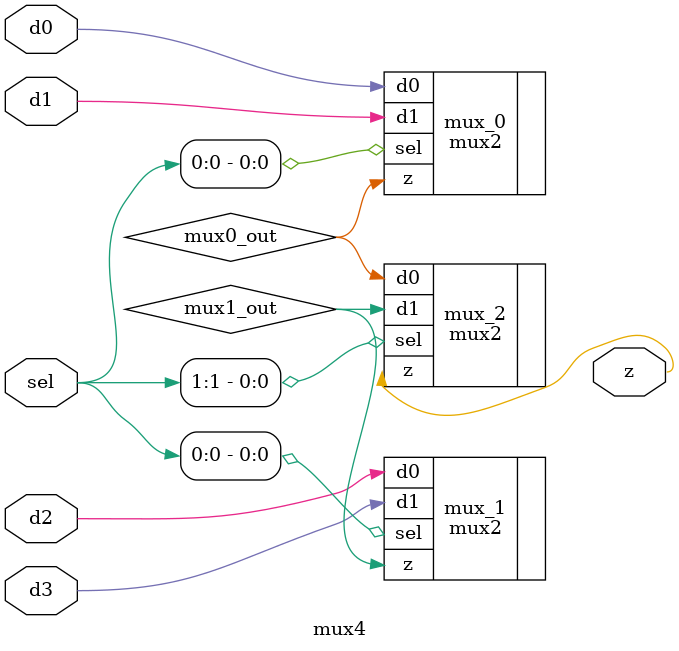
<source format=sv>
module mux4 (
    input logic d0,          // Data input 0
    input logic d1,          // Data input 1
    input logic d2,          // Data input 2
    input logic d3,          // Data input 3
    input logic [1:0] sel,   // Select input
    output logic z           // Output
);

    logic mux0_out, mux1_out;
    mux2 mux_0 (
		.z(mux0_out), 
		.d0(d0), 
		.d1(d1), 
		.sel(sel[0]));
    mux2 mux_1 (
		.z(mux1_out), 
		.d0(d2), 
		.d1(d3), 
		.sel(sel[0]));
    mux2 mux_2 (
		.z(z), 
		.d0(mux0_out), 
		.d1(mux1_out), 
		.sel(sel[1]));

endmodule

</source>
